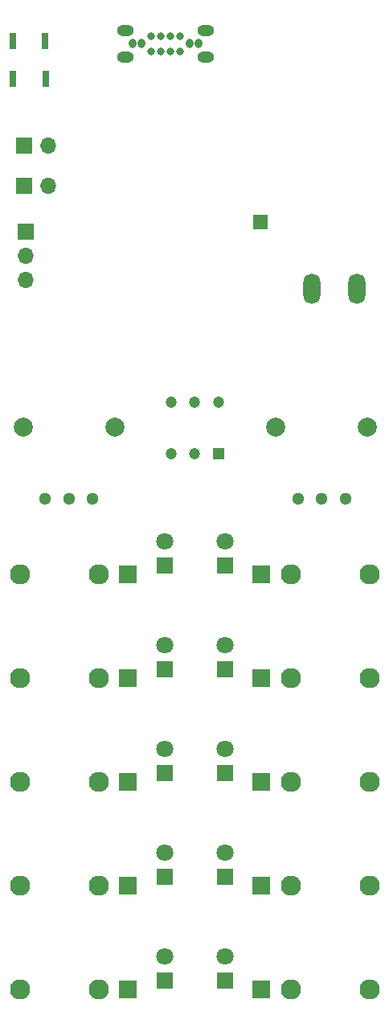
<source format=gbr>
%TF.GenerationSoftware,KiCad,Pcbnew,7.0.10-7.0.10~ubuntu22.04.1*%
%TF.CreationDate,2024-03-13T10:21:15+00:00*%
%TF.ProjectId,useq1,75736571-312e-46b6-9963-61645f706362,rev?*%
%TF.SameCoordinates,Original*%
%TF.FileFunction,Soldermask,Bot*%
%TF.FilePolarity,Negative*%
%FSLAX46Y46*%
G04 Gerber Fmt 4.6, Leading zero omitted, Abs format (unit mm)*
G04 Created by KiCad (PCBNEW 7.0.10-7.0.10~ubuntu22.04.1) date 2024-03-13 10:21:15*
%MOMM*%
%LPD*%
G01*
G04 APERTURE LIST*
%ADD10R,1.700000X1.700000*%
%ADD11O,1.700000X1.700000*%
%ADD12O,1.800000X3.200000*%
%ADD13R,1.800000X1.800000*%
%ADD14C,1.800000*%
%ADD15R,1.830000X1.930000*%
%ADD16C,2.130000*%
%ADD17R,1.500000X1.500000*%
%ADD18R,0.800000X1.700000*%
%ADD19R,1.200000X1.200000*%
%ADD20C,1.200000*%
%ADD21C,2.000000*%
%ADD22C,1.300000*%
%ADD23O,1.800000X1.200000*%
%ADD24O,0.800000X1.000000*%
%ADD25C,0.800000*%
G04 APERTURE END LIST*
D10*
%TO.C,J15*%
X148100000Y-42995000D03*
D11*
X148100000Y-45535000D03*
X148100000Y-48075000D03*
%TD*%
D10*
%TO.C,J8*%
X147925000Y-33950000D03*
D11*
X150465000Y-33950000D03*
%TD*%
D10*
%TO.C,J7*%
X147975000Y-38200000D03*
D11*
X150515000Y-38200000D03*
%TD*%
D12*
%TO.C,SW2*%
X183000000Y-49030000D03*
X178300000Y-49030000D03*
%TD*%
D13*
%TO.C,D9*%
X169090000Y-89040000D03*
D14*
X169090000Y-86500000D03*
%TD*%
D15*
%TO.C,J11*%
X172945000Y-122750000D03*
D16*
X184345000Y-122750000D03*
X176045000Y-122750000D03*
%TD*%
D13*
%TO.C,D13*%
X162800000Y-110880000D03*
D14*
X162800000Y-108340000D03*
%TD*%
D15*
%TO.C,J13*%
X158925000Y-111800000D03*
D16*
X147525000Y-111800000D03*
X155825000Y-111800000D03*
%TD*%
D17*
%TO.C,TP8*%
X172870000Y-41990000D03*
%TD*%
D18*
%TO.C,S2*%
X146810000Y-26900000D03*
X150210000Y-26900000D03*
%TD*%
D13*
%TO.C,D10*%
X169100000Y-78140000D03*
D14*
X169100000Y-75600000D03*
%TD*%
D13*
%TO.C,D5*%
X162800000Y-78125000D03*
D14*
X162800000Y-75585000D03*
%TD*%
D15*
%TO.C,J5*%
X172945000Y-89975000D03*
D16*
X184345000Y-89975000D03*
X176045000Y-89975000D03*
%TD*%
D18*
%TO.C,S1*%
X150200000Y-22900000D03*
X146800000Y-22900000D03*
%TD*%
D15*
%TO.C,J10*%
X172945000Y-111825000D03*
D16*
X184345000Y-111825000D03*
X176045000Y-111825000D03*
%TD*%
D19*
%TO.C,SW1*%
X168450000Y-66350000D03*
D20*
X165950000Y-66350000D03*
X163450000Y-66350000D03*
X168450000Y-60950000D03*
X165950000Y-60950000D03*
X163450000Y-60950000D03*
%TD*%
D13*
%TO.C,D14*%
X162800000Y-121825000D03*
D14*
X162800000Y-119285000D03*
%TD*%
D15*
%TO.C,J9*%
X172945000Y-100900000D03*
D16*
X184345000Y-100900000D03*
X176045000Y-100900000D03*
%TD*%
D13*
%TO.C,D6*%
X162800000Y-89040000D03*
D14*
X162800000Y-86500000D03*
%TD*%
D13*
%TO.C,D8*%
X169100000Y-110925000D03*
D14*
X169100000Y-108385000D03*
%TD*%
D21*
%TO.C,RV2*%
X157500000Y-63587500D03*
X147900000Y-63587500D03*
D22*
X155200000Y-71087500D03*
X152700000Y-71087500D03*
X150200000Y-71087500D03*
%TD*%
D15*
%TO.C,J2*%
X158925000Y-79025000D03*
D16*
X147525000Y-79025000D03*
X155825000Y-79025000D03*
%TD*%
D13*
%TO.C,D12*%
X162800000Y-99975000D03*
D14*
X162800000Y-97435000D03*
%TD*%
D15*
%TO.C,J12*%
X158925000Y-100875000D03*
D16*
X147525000Y-100875000D03*
X155825000Y-100875000D03*
%TD*%
D23*
%TO.C,J1*%
X167090000Y-24640000D03*
X167090000Y-21780000D03*
X158640000Y-24640000D03*
X158640000Y-21780000D03*
D24*
X159365000Y-23210000D03*
X160365000Y-23210000D03*
D25*
X161365000Y-24035000D03*
X162365000Y-24035000D03*
X163365000Y-24035000D03*
X164365000Y-24035000D03*
D24*
X165365000Y-23210000D03*
X166365000Y-23210000D03*
D25*
X164365000Y-22385000D03*
X163365000Y-22385000D03*
X162365000Y-22385000D03*
X161365000Y-22385000D03*
%TD*%
D21*
%TO.C,RV1*%
X184100000Y-63587500D03*
X174500000Y-63587500D03*
D22*
X181800000Y-71087500D03*
X179300000Y-71087500D03*
X176800000Y-71087500D03*
%TD*%
D13*
%TO.C,D11*%
X169100000Y-121850000D03*
D14*
X169100000Y-119310000D03*
%TD*%
D15*
%TO.C,J14*%
X158925000Y-122725000D03*
D16*
X147525000Y-122725000D03*
X155825000Y-122725000D03*
%TD*%
D15*
%TO.C,J4*%
X172945000Y-79050000D03*
D16*
X184345000Y-79050000D03*
X176045000Y-79050000D03*
%TD*%
D15*
%TO.C,J3*%
X158925000Y-89950000D03*
D16*
X147525000Y-89950000D03*
X155825000Y-89950000D03*
%TD*%
D13*
%TO.C,D7*%
X169100000Y-100000000D03*
D14*
X169100000Y-97460000D03*
%TD*%
M02*

</source>
